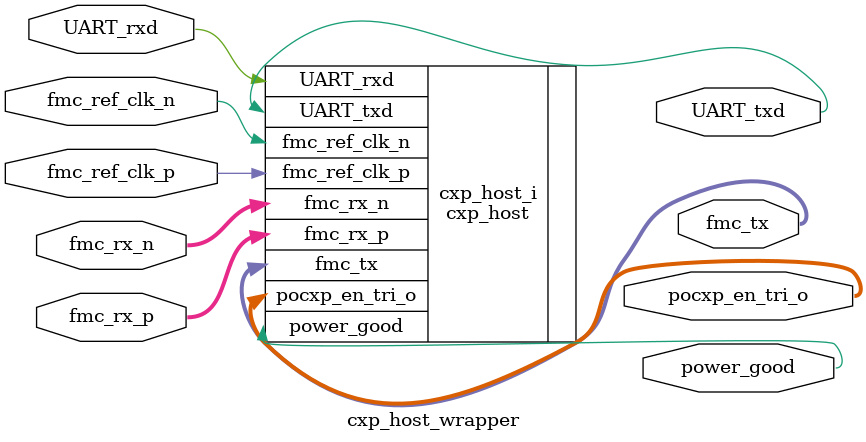
<source format=v>
`timescale 1 ps / 1 ps

module cxp_host_wrapper
   (UART_rxd,
    UART_txd,
    fmc_ref_clk_n,
    fmc_ref_clk_p,
    fmc_rx_n,
    fmc_rx_p,
    fmc_tx,
    pocxp_en_tri_o,
    power_good);
  input UART_rxd;
  output UART_txd;
  input fmc_ref_clk_n;
  input fmc_ref_clk_p;
  input [3:0]fmc_rx_n;
  input [3:0]fmc_rx_p;
  output [3:0]fmc_tx;
  output [2:0]pocxp_en_tri_o;
  output power_good;

  wire UART_rxd;
  wire UART_txd;
  wire fmc_ref_clk_n;
  wire fmc_ref_clk_p;
  wire [3:0]fmc_rx_n;
  wire [3:0]fmc_rx_p;
  wire [3:0]fmc_tx;
  wire [2:0]pocxp_en_tri_o;
  wire power_good;

  cxp_host cxp_host_i
       (.UART_rxd(UART_rxd),
        .UART_txd(UART_txd),
        .fmc_ref_clk_n(fmc_ref_clk_n),
        .fmc_ref_clk_p(fmc_ref_clk_p),
        .fmc_rx_n(fmc_rx_n),
        .fmc_rx_p(fmc_rx_p),
        .fmc_tx(fmc_tx),
        .pocxp_en_tri_o(pocxp_en_tri_o),
        .power_good(power_good));
endmodule

</source>
